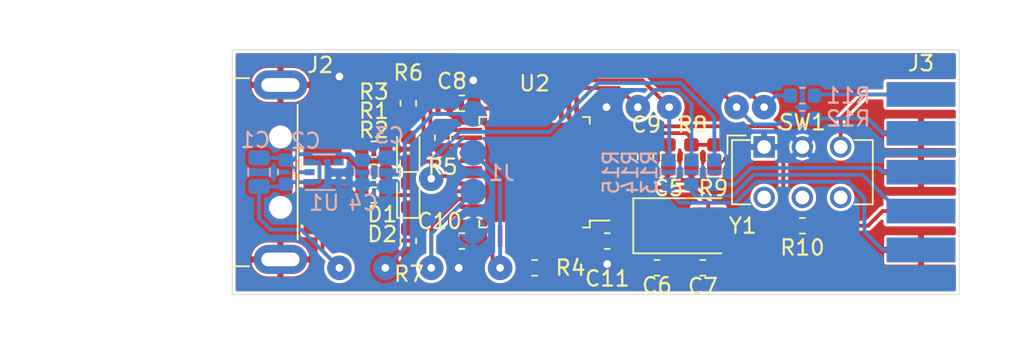
<source format=kicad_pcb>
(kicad_pcb (version 20211014) (generator pcbnew)
  (layers (0 "F.Cu" signal) (31 "B.Cu" signal) (34 "B.Paste" user) (35 "F.Paste" user) (36 "B.SilkS" user "B.Silkscreen") (37 "F.SilkS" user "F.Silkscreen") (38 "B.Mask" user) (39 "F.Mask" user) (44 "Edge.Cuts" user))
  (net 0 "")
  (net 1 "+5V")
  (net 2 "GND")
  (net 3 "+3V3")
  (net 4 "Net-(C5-Pad2)")
  (net 5 "Net-(C6-Pad2)")
  (net 6 "Net-(C7-Pad1)")
  (net 7 "Net-(D1-Pad2)")
  (net 8 "/LED")
  (net 9 "Net-(D2-Pad1)")
  (net 10 "/PROG_DIO")
  (net 11 "/PROG_CLK")
  (net 12 "Net-(J2-Pad3)")
  (net 13 "Net-(J2-Pad2)")
  (net 14 "/NRST")
  (net 15 "/RX")
  (net 16 "/TX")
  (net 17 "/SWO")
  (net 18 "/SWCLK")
  (net 19 "/SWDIO")
  (net 20 "/SWD_3v3")
  (net 21 "/USB_DP")
  (net 22 "/USB_DM")
  (net 23 "Net-(R4-Pad1)")
  (net 24 "Net-(R5-Pad2)")
  (net 25 "/VOLT_MEAS")
  (net 26 "Net-(U1-Pad4)")
  (net 27 "Net-(U2-Pad46)")
  (net 28 "Net-(U2-Pad45)")
  (net 29 "Net-(U2-Pad43)")
  (net 30 "Net-(U2-Pad42)")
  (net 31 "Net-(U2-Pad41)")
  (net 32 "Net-(U2-Pad40)")
  (net 33 "Net-(U2-Pad39)")
  (net 34 "Net-(U2-Pad38)")
  (net 35 "Net-(U2-Pad29)")
  (net 36 "Net-(U2-Pad28)")
  (net 37 "Net-(U2-Pad22)")
  (net 38 "Net-(U2-Pad21)")
  (net 39 "Net-(U2-Pad20)")
  (net 40 "Net-(U2-Pad19)")
  (net 41 "Net-(U2-Pad17)")
  (net 42 "Net-(U2-Pad16)")
  (net 43 "Net-(U2-Pad15)")
  (net 44 "Net-(U2-Pad14)")
  (net 45 "Net-(U2-Pad11)")
  (net 46 "Net-(U2-Pad4)")
  (net 47 "Net-(U2-Pad3)")
  (net 48 "Net-(U2-Pad2)")
  (net 49 "Net-(SW1-Pad6)")
  (net 50 "Net-(SW1-Pad5)")
  (net 51 "Net-(SW1-Pad4)")
  (net 52 "Net-(J3-Pad10)")
  (net 53 "Net-(J3-Pad8)")
  (net 54 "Net-(J3-Pad7)")
  (net 55 "Net-(J3-Pad6)")
  (net 56 "Net-(J3-Pad4)")
  (net 57 "Net-(J3-Pad2)")
  (footprint "Resistor_SMD:R_0603_1608Metric" (layer "F.Cu") (at 163.5 106.75 180)
    (fp_text reference "R10" (at 0 -1.43) (layer "F.SilkS"))
    (fp_text value "22")
    (pad "1" smd roundrect locked (at -0.7875 0 180) (size 0.875 0.95) (layers "F.Cu" "F.Paste" "F.Mask") (net 54 "Net-(J3-Pad7)"))
    (pad "2" smd roundrect locked (at 0.7875 0 180) (size 0.875 0.95) (layers "F.Cu" "F.Paste" "F.Mask") (net 16 "/TX"))
  )
  (footprint "Capacitor_SMD:C_0603_1608Metric" (layer "F.Cu") (at 154.75 102.25 -90)
    (fp_text reference "C5" (at 2.05 0 180) (layer "F.SilkS"))
    (fp_text value "100n")
    (pad "1" smd roundrect locked (at -0.7875 0 270) (size 0.875 0.95) (layers "F.Cu" "F.Paste" "F.Mask") (net 2 "GND"))
    (pad "2" smd roundrect locked (at 0.7875 0 270) (size 0.875 0.95) (layers "F.Cu" "F.Paste" "F.Mask") (net 4 "Net-(C5-Pad2)"))
  )
  (footprint "Capacitor_SMD:C_0603_1608Metric" (layer "F.Cu") (at 153.25 102.25 -90)
    (fp_text reference "C9" (at -2.1 -0.05 180) (layer "F.SilkS"))
    (fp_text value "100n")
    (pad "1" smd roundrect locked (at -0.7875 0 270) (size 0.875 0.95) (layers "F.Cu" "F.Paste" "F.Mask") (net 3 "+3V3"))
    (pad "2" smd roundrect locked (at 0.7875 0 270) (size 0.875 0.95) (layers "F.Cu" "F.Paste" "F.Mask") (net 2 "GND"))
  )
  (footprint "Capacitor_SMD:C_0603_1608Metric" (layer "F.Cu") (at 141.25 107.75)
    (fp_text reference "C10" (at -1.45 -1.3) (layer "F.SilkS"))
    (fp_text value "100n")
    (pad "1" smd roundrect locked (at -0.7875 0) (size 0.875 0.95) (layers "F.Cu" "F.Paste" "F.Mask") (net 3 "+3V3"))
    (pad "2" smd roundrect locked (at 0.7875 0) (size 0.875 0.95) (layers "F.Cu" "F.Paste" "F.Mask") (net 2 "GND"))
  )
  (footprint "Capacitor_SMD:C_0603_1608Metric" (layer "F.Cu") (at 150.75 107.75 180)
    (fp_text reference "C11" (at 0 -2.45) (layer "F.SilkS"))
    (fp_text value "100n")
    (pad "1" smd roundrect locked (at -0.7875 0 180) (size 0.875 0.95) (layers "F.Cu" "F.Paste" "F.Mask") (net 3 "+3V3"))
    (pad "2" smd roundrect locked (at 0.7875 0 180) (size 0.875 0.95) (layers "F.Cu" "F.Paste" "F.Mask") (net 2 "GND"))
  )
  (footprint "LED_SMD:LED_0603_1608Metric" (layer "F.Cu") (at 137.75 101.75 90)
    (fp_text reference "D1" (at -4.25 -1.7 180) (layer "F.SilkS"))
    (fp_text value "LED_Small")
    (pad "1" smd roundrect locked (at -0.7875 0 90) (size 0.875 0.95) (layers "F.Cu" "F.Paste" "F.Mask") (net 8 "/LED"))
    (pad "2" smd roundrect locked (at 0.7875 0 90) (size 0.875 0.95) (layers "F.Cu" "F.Paste" "F.Mask") (net 7 "Net-(D1-Pad2)"))
  )
  (footprint "LED_SMD:LED_0603_1608Metric" (layer "F.Cu") (at 137.75 104.75 90)
    (fp_text reference "D2" (at -2.55 -1.7 180) (layer "F.SilkS"))
    (fp_text value "LED_Small")
    (pad "1" smd roundrect locked (at -0.7875 0 90) (size 0.875 0.95) (layers "F.Cu" "F.Paste" "F.Mask") (net 9 "Net-(D2-Pad1)"))
    (pad "2" smd roundrect locked (at 0.7875 0 90) (size 0.875 0.95) (layers "F.Cu" "F.Paste" "F.Mask") (net 8 "/LED"))
  )
  (footprint "Connector_IDC:IDC-Header_2x05_P2.54mm_Vertical" (layer "F.Cu") (at 171.25 98.17)
    (fp_text reference "J3" (at 0 -2.032) (layer "F.SilkS"))
    (fp_text value "SWD_UART")
    (pad "1" smd rect locked (at 0 0) (size 4.5 1.6) (layers "F.Cu" "F.Paste" "F.Mask") (net 20 "/SWD_3v3"))
    (pad "2" smd rect locked (at 0 0) (size 4.5 1.6) (layers "B.Cu" "B.Paste" "B.Mask") (net 57 "Net-(J3-Pad2)"))
    (pad "3" smd rect locked (at 0 2.54) (size 4.5 1.6) (layers "F.Cu" "F.Paste" "F.Mask") (net 2 "GND"))
    (pad "4" smd rect locked (at 0 2.54) (size 4.5 1.6) (layers "B.Cu" "B.Paste" "B.Mask") (net 56 "Net-(J3-Pad4)"))
    (pad "5" smd rect locked (at 0 5.08) (size 4.5 1.6) (layers "F.Cu" "F.Paste" "F.Mask") (net 2 "GND"))
    (pad "6" smd rect locked (at 0 5.08) (size 4.5 1.6) (layers "B.Cu" "B.Paste" "B.Mask") (net 55 "Net-(J3-Pad6)"))
    (pad "7" smd rect locked (at 0 7.62) (size 4.5 1.6) (layers "F.Cu" "F.Paste" "F.Mask") (net 54 "Net-(J3-Pad7)"))
    (pad "8" smd rect locked (at 0 7.62) (size 4.5 1.6) (layers "B.Cu" "B.Paste" "B.Mask") (net 53 "Net-(J3-Pad8)"))
    (pad "9" smd rect locked (at 0 10.16) (size 4.5 1.6) (layers "F.Cu" "F.Paste" "F.Mask") (net 2 "GND"))
    (pad "10" smd rect locked (at 0 10.16) (size 4.5 1.6) (layers "B.Cu" "B.Paste" "B.Mask") (net 52 "Net-(J3-Pad10)"))
  )
  (footprint "Resistor_SMD:R_0603_1608Metric" (layer "F.Cu") (at 135.5 103.25 180)
    (fp_text reference "R1" (at 0 4) (layer "F.SilkS"))
    (fp_text value "22")
    (pad "1" smd roundrect locked (at -0.7875 0 180) (size 0.875 0.95) (layers "F.Cu" "F.Paste" "F.Mask") (net 21 "/USB_DP"))
    (pad "2" smd roundrect locked (at 0.7875 0 180) (size 0.875 0.95) (layers "F.Cu" "F.Paste" "F.Mask") (net 12 "Net-(J2-Pad3)"))
  )
  (footprint "Resistor_SMD:R_0603_1608Metric" (layer "F.Cu") (at 135.5 104.75 180)
    (fp_text reference "R2" (at 0 4.25) (layer "F.SilkS"))
    (fp_text value "22")
    (pad "1" smd roundrect locked (at -0.7875 0 180) (size 0.875 0.95) (layers "F.Cu" "F.Paste" "F.Mask") (net 22 "/USB_DM"))
    (pad "2" smd roundrect locked (at 0.7875 0 180) (size 0.875 0.95) (layers "F.Cu" "F.Paste" "F.Mask") (net 13 "Net-(J2-Pad2)"))
  )
  (footprint "Resistor_SMD:R_0603_1608Metric" (layer "F.Cu") (at 146 109.5)
    (fp_text reference "R4" (at 2.35 0) (layer "F.SilkS"))
    (fp_text value "100k")
    (pad "1" smd roundrect locked (at -0.7875 0) (size 0.875 0.95) (layers "F.Cu" "F.Paste" "F.Mask") (net 23 "Net-(R4-Pad1)"))
    (pad "2" smd roundrect locked (at 0.7875 0) (size 0.875 0.95) (layers "F.Cu" "F.Paste" "F.Mask") (net 2 "GND"))
  )
  (footprint "Resistor_SMD:R_0603_1608Metric" (layer "F.Cu") (at 137.75 98.75 -90)
    (fp_text reference "R6" (at -2 0 180) (layer "F.SilkS"))
    (fp_text value "1k")
    (pad "1" smd roundrect locked (at -0.7875 0 270) (size 0.875 0.95) (layers "F.Cu" "F.Paste" "F.Mask") (net 3 "+3V3"))
    (pad "2" smd roundrect locked (at 0.7875 0 270) (size 0.875 0.95) (layers "F.Cu" "F.Paste" "F.Mask") (net 7 "Net-(D1-Pad2)"))
  )
  (footprint "Resistor_SMD:R_0603_1608Metric" (layer "F.Cu") (at 137.75 107.75 -90)
    (fp_text reference "R7" (at 2.15 -0.05 180) (layer "F.SilkS"))
    (fp_text value "1k")
    (pad "1" smd roundrect locked (at -0.7875 0 270) (size 0.875 0.95) (layers "F.Cu" "F.Paste" "F.Mask") (net 9 "Net-(D2-Pad1)"))
    (pad "2" smd roundrect locked (at 0.7875 0 270) (size 0.875 0.95) (layers "F.Cu" "F.Paste" "F.Mask") (net 2 "GND"))
  )
  (footprint "Resistor_SMD:R_0603_1608Metric" (layer "F.Cu") (at 157.75 102.25 90)
    (fp_text reference "R8" (at 2.1 -1.43 180) (layer "F.SilkS"))
    (fp_text value "10k")
    (pad "1" smd roundrect locked (at -0.7875 0 90) (size 0.875 0.95) (layers "F.Cu" "F.Paste" "F.Mask") (net 3 "+3V3"))
    (pad "2" smd roundrect locked (at 0.7875 0 90) (size 0.875 0.95) (layers "F.Cu" "F.Paste" "F.Mask") (net 25 "/VOLT_MEAS"))
  )
  (footprint "Resistor_SMD:R_0603_1608Metric" (layer "F.Cu") (at 156.25 102.25 -90)
    (fp_text reference "R9" (at 2.05 -1.43 180) (layer "F.SilkS"))
    (fp_text value "10k")
    (pad "1" smd roundrect locked (at -0.7875 0 270) (size 0.875 0.95) (layers "F.Cu" "F.Paste" "F.Mask") (net 25 "/VOLT_MEAS"))
    (pad "2" smd roundrect locked (at 0.7875 0 270) (size 0.875 0.95) (layers "F.Cu" "F.Paste" "F.Mask") (net 2 "GND"))
  )
  (footprint "Connector_USB:USB_A_CNCTech_1001-011-01101_Horizontal" (layer "F.Cu") (at 122.5 103.25 180)
    (fp_text reference "J2" (at -9.5 7) (layer "F.SilkS"))
    (fp_text value "USB_A")
    (pad "" np_thru_hole circle locked (at -6.9 -2.3 180) (size 1.1 1.1) (drill 1.1) (layers *.Cu *.Mask))
    (pad "" np_thru_hole circle locked (at -6.9 2.3 180) (size 1.1 1.1) (drill 1.1) (layers *.Cu *.Mask))
    (pad "1" smd rect locked (at -9.65 -3.5 180) (size 2.5 1.1) (layers "F.Cu" "F.Paste" "F.Mask") (net 1 "+5V"))
    (pad "2" smd rect locked (at -9.65 -1 180) (size 2.5 1.1) (layers "F.Cu" "F.Paste" "F.Mask") (net 13 "Net-(J2-Pad2)"))
    (pad "3" smd rect locked (at -9.65 1 180) (size 2.5 1.1) (layers "F.Cu" "F.Paste" "F.Mask") (net 12 "Net-(J2-Pad3)"))
    (pad "4" smd rect locked (at -9.65 3.5 180) (size 2.5 1.1) (layers "F.Cu" "F.Paste" "F.Mask") (net 2 "GND"))
    (pad "5" thru_hole oval locked (at -6.9 -5.7 180) (size 3.5 1.9) (drill oval 2.5 0.9) (layers *.Cu *.Mask) (net 2 "GND"))
    (pad "5" thru_hole oval locked (at -6.9 5.7 180) (size 3.5 1.9) (drill oval 2.5 0.9) (layers *.Cu *.Mask) (net 2 "GND"))
  )
  (footprint "Resistor_SMD:R_0603_1608Metric" (layer "F.Cu") (at 135.5 101.75)
    (fp_text reference "R3" (at 0 -3.75) (layer "F.SilkS"))
    (fp_text value "2.2k")
    (pad "1" smd roundrect locked (at -0.7875 0) (size 0.875 0.95) (layers "F.Cu" "F.Paste" "F.Mask") (net 1 "+5V"))
    (pad "2" smd roundrect locked (at 0.7875 0) (size 0.875 0.95) (layers "F.Cu" "F.Paste" "F.Mask") (net 21 "/USB_DP"))
  )
  (footprint "Package_QFP:LQFP-48_7x7mm_P0.5mm" (layer "F.Cu") (at 146 103.25 180)
    (fp_text reference "U2" (at 0 5.8) (layer "F.SilkS"))
    (fp_text value "STM32F103CBTx")
    (pad "1" smd roundrect locked (at -4.1625 -2.75 180) (size 1.475 0.3) (layers "F.Cu" "F.Paste" "F.Mask") (net 3 "+3V3"))
    (pad "2" smd roundrect locked (at -4.1625 -2.25 180) (size 1.475 0.3) (layers "F.Cu" "F.Paste" "F.Mask") (net 48 "Net-(U2-Pad2)"))
    (pad "3" smd roundrect locked (at -4.1625 -1.75 180) (size 1.475 0.3) (layers "F.Cu" "F.Paste" "F.Mask") (net 47 "Net-(U2-Pad3)"))
    (pad "4" smd roundrect locked (at -4.1625 -1.25 180) (size 1.475 0.3) (layers "F.Cu" "F.Paste" "F.Mask") (net 46 "Net-(U2-Pad4)"))
    (pad "5" smd roundrect locked (at -4.1625 -0.75 180) (size 1.475 0.3) (layers "F.Cu" "F.Paste" "F.Mask") (net 5 "Net-(C6-Pad2)"))
    (pad "6" smd roundrect locked (at -4.1625 -0.25 180) (size 1.475 0.3) (layers "F.Cu" "F.Paste" "F.Mask") (net 6 "Net-(C7-Pad1)"))
    (pad "7" smd roundrect locked (at -4.1625 0.25 180) (size 1.475 0.3) (layers "F.Cu" "F.Paste" "F.Mask") (net 4 "Net-(C5-Pad2)"))
    (pad "8" smd roundrect locked (at -4.1625 0.75 180) (size 1.475 0.3) (layers "F.Cu" "F.Paste" "F.Mask") (net 2 "GND"))
    (pad "9" smd roundrect locked (at -4.1625 1.25 180) (size 1.475 0.3) (layers "F.Cu" "F.Paste" "F.Mask") (net 3 "+3V3"))
    (pad "10" smd roundrect locked (at -4.1625 1.75 180) (size 1.475 0.3) (layers "F.Cu" "F.Paste" "F.Mask") (net 25 "/VOLT_MEAS"))
    (pad "11" smd roundrect locked (at -4.1625 2.25 180) (size 1.475 0.3) (layers "F.Cu" "F.Paste" "F.Mask") (net 45 "Net-(U2-Pad11)"))
    (pad "12" smd roundrect locked (at -4.1625 2.75 180) (size 1.475 0.3) (layers "F.Cu" "F.Paste" "F.Mask") (net 16 "/TX"))
    (pad "13" smd roundrect locked (at -2.75 4.1625 180) (size 0.3 1.475) (layers "F.Cu" "F.Paste" "F.Mask") (net 15 "/RX"))
    (pad "14" smd roundrect locked (at -2.25 4.1625 180) (size 0.3 1.475) (layers "F.Cu" "F.Paste" "F.Mask") (net 44 "Net-(U2-Pad14)"))
    (pad "15" smd roundrect locked (at -1.75 4.1625 180) (size 0.3 1.475) (layers "F.Cu" "F.Paste" "F.Mask") (net 43 "Net-(U2-Pad15)"))
    (pad "16" smd roundrect locked (at -1.25 4.1625 180) (size 0.3 1.475) (layers "F.Cu" "F.Paste" "F.Mask") (net 42 "Net-(U2-Pad16)"))
    (pad "17" smd roundrect locked (at -0.75 4.1625 180) (size 0.3 1.475) (layers "F.Cu" "F.Paste" "F.Mask") (net 41 "Net-(U2-Pad17)"))
    (pad "18" smd roundrect locked (at -0.25 4.1625 180) (size 0.3 1.475) (layers "F.Cu" "F.Paste" "F.Mask") (net 14 "/NRST"))
    (pad "19" smd roundrect locked (at 0.25 4.1625 180) (size 0.3 1.475) (layers "F.Cu" "F.Paste" "F.Mask") (net 40 "Net-(U2-Pad19)"))
    (pad "20" smd roundrect locked (at 0.75 4.1625 180) (size 0.3 1.475) (layers "F.Cu" "F.Paste" "F.Mask") (net 39 "Net-(U2-Pad20)"))
    (pad "21" smd roundrect locked (at 1.25 4.1625 180) (size 0.3 1.475) (layers "F.Cu" "F.Paste" "F.Mask") (net 38 "Net-(U2-Pad21)"))
    (pad "22" smd roundrect locked (at 1.75 4.1625 180) (size 0.3 1.475) (layers "F.Cu" "F.Paste" "F.Mask") (net 37 "Net-(U2-Pad22)"))
    (pad "23" smd roundrect locked (at 2.25 4.1625 180) (size 0.3 1.475) (layers "F.Cu" "F.Paste" "F.Mask") (net 2 "GND"))
    (pad "24" smd roundrect locked (at 2.75 4.1625 180) (size 0.3 1.475) (layers "F.Cu" "F.Paste" "F.Mask") (net 3 "+3V3"))
    (pad "25" smd roundrect locked (at 4.1625 2.75 180) (size 1.475 0.3) (layers "F.Cu" "F.Paste" "F.Mask") (net 24 "Net-(R5-Pad2)"))
    (pad "26" smd roundrect locked (at 4.1625 2.25 180) (size 1.475 0.3) (layers "F.Cu" "F.Paste" "F.Mask") (net 18 "/SWCLK"))
    (pad "27" smd roundrect locked (at 4.1625 1.75 180) (size 1.475 0.3) (layers "F.Cu" "F.Paste" "F.Mask") (net 19 "/SWDIO"))
    (pad "28" smd roundrect locked (at 4.1625 1.25 180) (size 1.475 0.3) (layers "F.Cu" "F.Paste" "F.Mask") (net 36 "Net-(U2-Pad28)"))
    (pad "29" smd roundrect locked (at 4.1625 0.75 180) (size 1.475 0.3) (layers "F.Cu" "F.Paste" "F.Mask") (net 35 "Net-(U2-Pad29)"))
    (pad "30" smd roundrect locked (at 4.1625 0.25 180) (size 1.475 0.3) (layers "F.Cu" "F.Paste" "F.Mask") (net 8 "/LED"))
    (pad "31" smd roundrect locked (at 4.1625 -0.25 180) (size 1.475 0.3) (layers "F.Cu" "F.Paste" "F.Mask") (net 17 "/SWO"))
    (pad "32" smd roundrect locked (at 4.1625 -0.75 180) (size 1.475 0.3) (layers "F.Cu" "F.Paste" "F.Mask") (net 22 "/USB_DM"))
    (pad "33" smd roundrect locked (at 4.1625 -1.25 180) (size 1.475 0.3) (layers "F.Cu" "F.Paste" "F.Mask") (net 21 "/USB_DP"))
    (pad "34" smd roundrect locked (at 4.1625 -1.75 180) (size 1.475 0.3) (layers "F.Cu" "F.Paste" "F.Mask") (net 10 "/PROG_DIO"))
    (pad "35" smd roundrect locked (at 4.1625 -2.25 180) (size 1.475 0.3) (layers "F.Cu" "F.Paste" "F.Mask") (net 2 "GND"))
    (pad "36" smd roundrect locked (at 4.1625 -2.75 180) (size 1.475 0.3) (layers "F.Cu" "F.Paste" "F.Mask") (net 3 "+3V3"))
    (pad "37" smd roundrect locked (at 2.75 -4.1625 180) (size 0.3 1.475) (layers "F.Cu" "F.Paste" "F.Mask") (net 11 "/PROG_CLK"))
    (pad "38" smd roundrect locked (at 2.25 -4.1625 180) (size 0.3 1.475) (layers "F.Cu" "F.Paste" "F.Mask") (net 34 "Net-(U2-Pad38)"))
    (pad "39" smd roundrect locked (at 1.75 -4.1625 180) (size 0.3 1.475) (layers "F.Cu" "F.Paste" "F.Mask") (net 33 "Net-(U2-Pad39)"))
    (pad "40" smd roundrect locked (at 1.25 -4.1625 180) (size 0.3 1.475) (layers "F.Cu" "F.Paste" "F.Mask") (net 32 "Net-(U2-Pad40)"))
    (pad "41" smd roundrect locked (at 0.75 -4.1625 180) (size 0.3 1.475) (layers "F.Cu" "F.Paste" "F.Mask") (net 31 "Net-(U2-Pad41)"))
    (pad "42" smd roundrect locked (at 0.25 -4.1625 180) (size 0.3 1.475) (layers "F.Cu" "F.Paste" "F.Mask") (net 30 "Net-(U2-Pad42)"))
    (pad "43" smd roundrect locked (at -0.25 -4.1625 180) (size 0.3 1.475) (layers "F.Cu" "F.Paste" "F.Mask") (net 29 "Net-(U2-Pad43)"))
    (pad "44" smd roundrect locked (at -0.75 -4.1625 180) (size 0.3 1.475) (layers "F.Cu" "F.Paste" "F.Mask") (net 23 "Net-(R4-Pad1)"))
    (pad "45" smd roundrect locked (at -1.25 -4.1625 180) (size 0.3 1.475) (layers "F.Cu" "F.Paste" "F.Mask") (net 28 "Net-(U2-Pad45)"))
    (pad "46" smd roundrect locked (at -1.75 -4.1625 180) (size 0.3 1.475) (layers "F.Cu" "F.Paste" "F.Mask") (net 27 "Net-(U2-Pad46)"))
    (pad "47" smd roundrect locked (at -2.25 -4.1625 180) (size 0.3 1.475) (layers "F.Cu" "F.Paste" "F.Mask") (net 2 "GND"))
    (pad "48" smd roundrect locked (at -2.75 -4.1625 180) (size 0.3 1.475) (layers "F.Cu" "F.Paste" "F.Mask") (net 3 "+3V3"))
  )
  (footprint "Capacitor_SMD:C_0603_1608Metric" (layer "F.Cu") (at 141.25 98.75 180)
    (fp_text reference "C8" (at 0.65 1.45) (layer "F.SilkS"))
    (fp_text value "100n")
    (pad "1" smd roundrect locked (at -0.7875 0 180) (size 0.875 0.95) (layers "F.Cu" "F.Paste" "F.Mask") (net 3 "+3V3"))
    (pad "2" smd roundrect locked (at 0.7875 0 180) (size 0.875 0.95) (layers "F.Cu" "F.Paste" "F.Mask") (net 2 "GND"))
  )
  (footprint "Button_Switch_THT:SW_CuK_JS202011CQN_DPDT_Straight" (layer "F.Cu") (at 161 101.6)
    (fp_text reference "SW1" (at 2.5 -1.6) (layer "F.SilkS"))
    (fp_text value "SW_DPDT_x2")
    (pad "1" thru_hole rect locked (at 0 0) (size 1.4 1.4) (drill 0.9) (layers *.Cu *.Mask) (net 3 "+3V3"))
    (pad "2" thru_hole circle locked (at 2.5 0) (size 1.4 1.4) (drill 0.9) (layers *.Cu *.Mask) (net 3 "+3V3"))
    (pad "3" thru_hole circle locked (at 5 0) (size 1.4 1.4) (drill 0.9) (layers *.Cu *.Mask) (net 20 "/SWD_3v3"))
    (pad "4" thru_hole circle locked (at 0 3.3) (size 1.4 1.4) (drill 0.9) (layers *.Cu *.Mask) (net 51 "Net-(SW1-Pad4)"))
    (pad "5" thru_hole circle locked (at 2.5 3.3) (size 1.4 1.4) (drill 0.9) (layers *.Cu *.Mask) (net 50 "Net-(SW1-Pad5)"))
    (pad "6" thru_hole circle locked (at 5 3.3) (size 1.4 1.4) (drill 0.9) (layers *.Cu *.Mask) (net 49 "Net-(SW1-Pad6)"))
  )
  (footprint "Crystal:Crystal_SMD_5032-2Pin_5.0x3.2mm" (layer "F.Cu") (at 155.5 106.75)
    (fp_text reference "Y1" (at 4.1 0) (layer "F.SilkS"))
    (fp_text value "8MHz")
    (pad "1" smd rect locked (at -1.85 0) (size 2 2.4) (layers "F.Cu" "F.Paste" "F.Mask") (net 5 "Net-(C6-Pad2)"))
    (pad "2" smd rect locked (at 1.85 0) (size 2 2.4) (layers "F.Cu" "F.Paste" "F.Mask") (net 6 "Net-(C7-Pad1)"))
  )
  (footprint "Capacitor_SMD:C_0603_1608Metric" (layer "F.Cu") (at 154 109.5 180)
    (fp_text reference "C6" (at 0 -1.15) (layer "F.SilkS"))
    (fp_text value "20p")
    (pad "1" smd roundrect locked (at -0.7875 0 180) (size 0.875 0.95) (layers "F.Cu" "F.Paste" "F.Mask") (net 2 "GND"))
    (pad "2" smd roundrect locked (at 0.7875 0 180) (size 0.875 0.95) (layers "F.Cu" "F.Paste" "F.Mask") (net 5 "Net-(C6-Pad2)"))
  )
  (footprint "Capacitor_SMD:C_0603_1608Metric" (layer "F.Cu") (at 157 109.5 180)
    (fp_text reference "C7" (at 0 -1.2) (layer "F.SilkS"))
    (fp_text value "20p")
    (pad "1" smd roundrect locked (at -0.7875 0 180) (size 0.875 0.95) (layers "F.Cu" "F.Paste" "F.Mask") (net 6 "Net-(C7-Pad1)"))
    (pad "2" smd roundrect locked (at 0.7875 0 180) (size 0.875 0.95) (layers "F.Cu" "F.Paste" "F.Mask") (net 2 "GND"))
  )
  (footprint "Resistor_SMD:R_0603_1608Metric" (layer "F.Cu") (at 140 101 90)
    (fp_text reference "R5" (at -1.9 0 180) (layer "F.SilkS"))
    (fp_text value "100")
    (pad "1" smd roundrect locked (at -0.7875 0 90) (size 0.875 0.95) (layers "F.Cu" "F.Paste" "F.Mask") (net 19 "/SWDIO"))
    (pad "2" smd roundrect locked (at 0.7875 0 90) (size 0.875 0.95) (layers "F.Cu" "F.Paste" "F.Mask") (net 24 "Net-(R5-Pad2)"))
  )
  (footprint "Resistor_SMD:R_0603_1608Metric" (layer "B.Cu") (at 163.5 98.25)
    (fp_text reference "R11" (at 3 0) (layer "B.SilkS") (effects (justify mirror)))
    (fp_text value "22")
    (pad "1" smd roundrect locked (at -0.7875 0) (size 0.875 0.95) (layers "B.Cu" "B.Paste" "B.Mask") (net 19 "/SWDIO"))
    (pad "2" smd roundrect locked (at 0.7875 0) (size 0.875 0.95) (layers "B.Cu" "B.Paste" "B.Mask") (net 57 "Net-(J3-Pad2)"))
  )
  (footprint "Resistor_SMD:R_0603_1608Metric" (layer "B.Cu") (at 163.5 99.75)
    (fp_text reference "R12" (at 3 0) (layer "B.SilkS") (effects (justify mirror)))
    (fp_text value "22")
    (pad "1" smd roundrect locked (at -0.7875 0) (size 0.875 0.95) (layers "B.Cu" "B.Paste" "B.Mask") (net 18 "/SWCLK"))
    (pad "2" smd roundrect locked (at 0.7875 0) (size 0.875 0.95) (layers "B.Cu" "B.Paste" "B.Mask") (net 56 "Net-(J3-Pad4)"))
  )
  (footprint "Resistor_SMD:R_0603_1608Metric" (layer "B.Cu") (at 157.75 103.25 -90)
    (fp_text reference "R13" (at 0 4.25 90) (layer "B.SilkS") (effects (justify mirror)))
    (fp_text value "22")
    (pad "1" smd roundrect locked (at -0.7875 0 270) (size 0.875 0.95) (layers "B.Cu" "B.Paste" "B.Mask") (net 17 "/SWO"))
    (pad "2" smd roundrect locked (at 0.7875 0 270) (size 0.875 0.95) (layers "B.Cu" "B.Paste" "B.Mask") (net 55 "Net-(J3-Pad6)"))
  )
  (footprint "Resistor_SMD:R_0603_1608Metric" (layer "B.Cu") (at 156.25 103.25 -90)
    (fp_text reference "R14" (at 0 4 -90) (layer "B.SilkS") (effects (justify mirror)))
    (fp_text value "22")
    (pad "1" smd roundrect locked (at -0.7875 0 270) (size 0.875 0.95) (layers "B.Cu" "B.Paste" "B.Mask") (net 15 "/RX"))
    (pad "2" smd roundrect locked (at 0.7875 0 270) (size 0.875 0.95) (layers "B.Cu" "B.Paste" "B.Mask") (net 53 "Net-(J3-Pad8)"))
  )
  (footprint "Resistor_SMD:R_0603_1608Metric" (layer "B.Cu") (at 154.75 103.25 -90)
    (fp_text reference "R15" (at 0 3.75 -90) (layer "B.SilkS") (effects (justify mirror)))
    (fp_text value "22")
    (pad "1" smd roundrect locked (at -0.7875 0 270) (size 0.875 0.95) (layers "B.Cu" "B.Paste" "B.Mask") (net 14 "/NRST"))
    (pad "2" smd roundrect locked (at 0.7875 0 270) (size 0.875 0.95) (layers "B.Cu" "B.Paste" "B.Mask") (net 52 "Net-(J3-Pad10)"))
  )
  (footprint "Capacitor_SMD:C_0805_2012Metric" (layer "B.Cu") (at 128 103.25 -90)
    (fp_text reference "C1" (at -2.1 0.25) (layer "B.SilkS") (effects (justify mirror)))
    (fp_text value "10u")
    (pad "1" smd roundrect locked (at -0.9375 0 270) (size 0.975 1.4) (layers "B.Cu" "B.Paste" "B.Mask") (net 2 "GND"))
    (pad "2" smd roundrect locked (at 0.9375 0 270) (size 0.975 1.4) (layers "B.Cu" "B.Paste" "B.Mask") (net 1 "+5V"))
  )
  (footprint "Capacitor_SMD:C_0603_1608Metric" (layer "B.Cu") (at 129.75 103.25 -90)
    (fp_text reference "C2" (at -2.05 -1.3) (layer "B.SilkS") (effects (justify mirror)))
    (fp_text value "100n")
    (pad "1" smd roundrect locked (at -0.7875 0 270) (size 0.875 0.95) (layers "B.Cu" "B.Paste" "B.Mask") (net 2 "GND"))
    (pad "2" smd roundrect locked (at 0.7875 0 270) (size 0.875 0.95) (layers "B.Cu" "B.Paste" "B.Mask") (net 1 "+5V"))
  )
  (footprint "Capacitor_SMD:C_0805_2012Metric" (layer "B.Cu") (at 136.5 103.25 90)
    (fp_text reference "C3" (at 2.4 0) (layer "B.SilkS") (effects (justify mirror)))
    (fp_text value "10u")
    (pad "1" smd roundrect locked (at -0.9375 0 90) (size 0.975 1.4) (layers "B.Cu" "B.Paste" "B.Mask") (net 3 "+3V3"))
    (pad "2" smd roundrect locked (at 0.9375 0 90) (size 0.975 1.4) (layers "B.Cu" "B.Paste" "B.Mask") (net 2 "GND"))
  )
  (footprint "Capacitor_SMD:C_0603_1608Metric" (layer "B.Cu") (at 134.75 103.25 90)
    (fp_text reference "C4" (at -2 0.05) (layer "B.SilkS") (effects (justify mirror)))
    (fp_text value "100n")
    (pad "1" smd roundrect locked (at -0.7875 0 90) (size 0.875 0.95) (layers "B.Cu" "B.Paste" "B.Mask") (net 3 "+3V3"))
    (pad "2" smd roundrect locked (at 0.7875 0 90) (size 0.875 0.95) (layers "B.Cu" "B.Paste" "B.Mask") (net 2 "GND"))
  )
  (footprint "Package_TO_SOT_SMD:SOT-353_SC-70-5" (layer "B.Cu") (at 132.25 103.25)
    (fp_text reference "U1" (at 0 2) (layer "B.SilkS") (effects (justify mirror)))
    (fp_text value "MIC5365-3.3YC5")
    (pad "1" smd rect locked (at -0.95 0.65) (size 0.65 0.4) (layers "B.Cu" "B.Paste" "B.Mask") (net 1 "+5V"))
    (pad "2" smd rect locked (at -0.95 0) (size 0.65 0.4) (layers "B.Cu" "B.Paste" "B.Mask") (net 2 "GND"))
    (pad "3" smd rect locked (at -0.95 -0.65) (size 0.65 0.4) (layers "B.Cu" "B.Paste" "B.Mask") (net 1 "+5V"))
    (pad "4" smd rect locked (at 0.95 -0.65) (size 0.65 0.4) (layers "B.Cu" "B.Paste" "B.Mask") (net 26 "Net-(U1-Pad4)"))
    (pad "5" smd rect locked (at 0.95 0.65) (size 0.65 0.4) (layers "B.Cu" "B.Paste" "B.Mask") (net 3 "+3V3"))
  )
  (footprint "Connector_PinHeader_2.54mm:PinHeader_1x04_P2.54mm_Vertical" (layer "B.Cu") (at 142 99.44 180)
    (fp_text reference "J1" (at -1.85 -3.86 180) (layer "B.SilkS") (effects (justify mirror)))
    (fp_text value "PROG")
    (pad "1" smd circle locked (at 0 0 180) (size 1.7 1.7) (layers "B.Cu" "B.Paste" "B.Mask") (net 2 "GND"))
    (pad "2" smd oval locked (at 0 -2.54 180) (size 1.7 1.7) (layers "B.Cu" "B.Paste" "B.Mask") (net 11 "/PROG_CLK"))
    (pad "3" smd oval locked (at 0 -5.08 180) (size 1.7 1.7) (layers "B.Cu" "B.Paste" "B.Mask") (net 10 "/PROG_DIO"))
    (pad "4" smd oval locked (at 0 -7.62 180) (size 1.7 1.7) (layers "B.Cu" "B.Paste" "B.Mask") (net 3 "+3V3"))
  )
  (gr_line (start 173.75 95.25) (end 126.25 95.25) (layer "Edge.Cuts") (width 0.05))
  (gr_line (start 126.25 95.25) (end 126.25 111.25) (layer "Edge.Cuts") (width 0.05))
  (gr_line (start 173.75 111.25) (end 173.75 95.25) (layer "Edge.Cuts") (width 0.05))
  (gr_line (start 126.25 111.25) (end 173.75 111.25) (layer "Edge.Cuts") (width 0.05))
  (segment (start 134.452498 101.014998) (end 134.7125 101.275) (width 0.25) (layer "F.Cu") (net 1))
  (segment (start 134.7125 101.275) (end 134.7125 101.75) (width 0.25) (layer "F.Cu") (net 1))
  (segment (start 131.45 106.75) (end 130.5 105.8) (width 0.25) (layer "F.Cu") (net 1))
  (segment (start 132.15 106.75) (end 131.45 106.75) (width 0.25) (layer "F.Cu") (net 1))
  (segment (start 130.5 105.8) (end 130.5 101.514998) (width 0.25) (layer "F.Cu") (net 1))
  (segment (start 132.15 106.75) (end 132.15 108.4) (width 0.25) (layer "F.Cu") (net 1))
  (segment (start 132.15 108.4) (end 133.25 109.5) (width 0.25) (layer "F.Cu") (net 1))
  (segment (start 130.5 101.514998) (end 131 101.014998) (width 0.25) (layer "F.Cu") (net 1))
  (segment (start 131 101.014998) (end 134.452498 101.014998) (width 0.25) (layer "F.Cu") (net 1))
  (via (at 133.25 109.5) (size 1.6) (drill 0.5) (layers "F.Cu" "B.Cu") (net 1))
  (segment (start 131.950001 103.824999) (end 131.875 103.9) (width 0.25) (layer "B.Cu") (net 1))
  (segment (start 131.3 103.9) (end 129.8875 103.9) (width 0.25) (layer "B.Cu") (net 1))
  (segment (start 131.875 102.6) (end 131.950001 102.675001) (width 0.25) (layer "B.Cu") (net 1))
  (segment (start 131.875 103.9) (end 131.3 103.9) (width 0.25) (layer "B.Cu") (net 1))
  (segment (start 128 106.25) (end 128 104.1875) (width 0.25) (layer "B.Cu") (net 1))
  (segment (start 133.25 109.5) (end 130.75 107) (width 0.25) (layer "B.Cu") (net 1))
  (segment (start 130.75 107) (end 128.75 107) (width 0.25) (layer "B.Cu") (net 1))
  (segment (start 129.8875 103.9) (end 129.75 104.0375) (width 0.25) (layer "B.Cu") (net 1))
  (segment (start 128 104.1875) (end 129.6 104.1875) (width 0.25) (layer "B.Cu") (net 1))
  (segment (start 128.75 107) (end 128 106.25) (width 0.25) (layer "B.Cu") (net 1))
  (segment (start 131.950001 102.675001) (end 131.950001 103.824999) (width 0.25) (layer "B.Cu") (net 1))
  (segment (start 129.6 104.1875) (end 129.75 104.0375) (width 0.25) (layer "B.Cu") (net 1))
  (segment (start 131.3 102.6) (end 131.875 102.6) (width 0.25) (layer "B.Cu") (net 1))
  (segment (start 137.2125 108.5375) (end 136.25 109.5) (width 0.25) (layer "F.Cu") (net 2))
  (segment (start 137.75 108.5375) (end 137.2125 108.5375) (width 0.25) (layer "F.Cu") (net 2))
  (via (at 136.25 109.5) (size 1.6) (drill 0.5) (layers "F.Cu" "B.Cu") (net 2))
  (segment (start 129.75 102.4625) (end 130.225 102.4625) (width 0.25) (layer "B.Cu") (net 2))
  (segment (start 137.52501 101.28749) (end 137.52501 102.27501) (width 0.25) (layer "B.Cu") (net 2))
  (segment (start 137.049999 108.700001) (end 136.25 109.5) (width 0.25) (layer "B.Cu") (net 2))
  (segment (start 137.48752 102.3125) (end 136.5 102.3125) (width 0.25) (layer "B.Cu") (net 2))
  (segment (start 137.52501 102.27501) (end 137.48752 102.3125) (width 0.25) (layer "B.Cu") (net 2))
  (segment (start 130.612501 102.074999) (end 133.887499 102.074999) (width 0.25) (layer "B.Cu") (net 2))
  (segment (start 142 99.44) (end 139.3725 99.44) (width 0.25) (layer "B.Cu") (net 2))
  (segment (start 137.52501 102.27501) (end 137.52501 108.22499) (width 0.25) (layer "B.Cu") (net 2))
  (segment (start 128 102.3125) (end 129.6 102.3125) (width 0.25) (layer "B.Cu") (net 2))
  (segment (start 131.3 103.25) (end 130.5375 103.25) (width 0.25) (layer "B.Cu") (net 2))
  (segment (start 137.52501 108.22499) (end 137.049999 108.700001) (width 0.25) (layer "B.Cu") (net 2))
  (segment (start 136.5 102.3125) (end 134.9 102.3125) (width 0.25) (layer "B.Cu") (net 2))
  (segment (start 129.6 102.3125) (end 129.75 102.4625) (width 0.25) (layer "B.Cu") (net 2))
  (segment (start 133.887499 102.074999) (end 134.275 102.4625) (width 0.25) (layer "B.Cu") (net 2))
  (segment (start 130.225 102.4625) (end 130.612501 102.074999) (width 0.25) (layer "B.Cu") (net 2))
  (segment (start 134.275 102.4625) (end 134.75 102.4625) (width 0.25) (layer "B.Cu") (net 2))
  (segment (start 139.3725 99.44) (end 137.52501 101.28749) (width 0.25) (layer "B.Cu") (net 2))
  (segment (start 134.9 102.3125) (end 134.75 102.4625) (width 0.25) (layer "B.Cu") (net 2))
  (segment (start 130.5375 103.25) (end 129.75 102.4625) (width 0.25) (layer "B.Cu") (net 2))
  (segment (start 151.5375 108.4625) (end 150.75 109.25) (width 0.25) (layer "F.Cu") (net 3))
  (segment (start 150.1625 102) (end 149.359298 102) (width 0.25) (layer "F.Cu") (net 3))
  (segment (start 151.5375 107.75) (end 151.5375 108.4625) (width 0.25) (layer "F.Cu") (net 3))
  (segment (start 159.1875 101.6) (end 157.75 103.0375) (width 0.25) (layer "F.Cu") (net 3))
  (segment (start 152.2375 102) (end 150.9 102) (width 0.25) (layer "F.Cu") (net 3))
  (segment (start 143.25 99.0875) (end 142.375 99.0875) (width 0.25) (layer "F.Cu") (net 3))
  (segment (start 151.21249 106.94999) (end 151.5375 107.275) (width 0.25) (layer "F.Cu") (net 3))
  (segment (start 150.1625 106) (end 150.1625 106.9125) (width 0.25) (layer "F.Cu") (net 3))
  (segment (start 150.1625 106.9125) (end 150.19999 106.94999) (width 0.25) (layer "F.Cu") (net 3))
  (segment (start 148.75 107.4125) (end 149.21251 106.94999) (width 0.25) (layer "F.Cu") (net 3))
  (segment (start 161 101.6) (end 159.1875 101.6) (width 0.25) (layer "F.Cu") (net 3))
  (segment (start 142.375 99.0875) (end 142.0375 98.75) (width 0.25) (layer "F.Cu") (net 3))
  (segment (start 149.359298 102) (end 149.09999 101.740692) (width 0.25) (layer "F.Cu") (net 3))
  (segment (start 149.09999 101.740692) (end 149.09999 100.15001) (width 0.25) (layer "F.Cu") (net 3))
  (segment (start 142.0375 97.2875) (end 142 97.25) (width 0.25) (layer "F.Cu") (net 3))
  (segment (start 153.25 101.4625) (end 152.775 101.4625) (width 0.25) (layer "F.Cu") (net 3))
  (segment (start 149.449997 99.800003) (end 149.89999 99.800003) (width 0.25) (layer "F.Cu") (net 3))
  (segment (start 149.21251 106.94999) (end 150.19999 106.94999) (width 0.25) (layer "F.Cu") (net 3))
  (segment (start 141.8375 106) (end 140.75 106) (width 0.25) (layer "F.Cu") (net 3))
  (segment (start 150.9 102) (end 150.1625 102) (width 0.25) (layer "F.Cu") (net 3))
  (segment (start 140.4625 107.75) (end 140.4625 108.912497) (width 0.25) (layer "F.Cu") (net 3))
  (segment (start 137.75 97.9625) (end 134.2125 97.9625) (width 0.25) (layer "F.Cu") (net 3))
  (segment (start 152.775 101.4625) (end 152.2375 102) (width 0.25) (layer "F.Cu") (net 3))
  (segment (start 142.0375 98.75) (end 142.0375 97.2875) (width 0.25) (layer "F.Cu") (net 3))
  (segment (start 134.2125 97.9625) (end 133.25 97) (width 0.25) (layer "F.Cu") (net 3))
  (segment (start 149.09999 100.15001) (end 149.449997 99.800003) (width 0.25) (layer "F.Cu") (net 3))
  (segment (start 140.4625 108.912497) (end 141.050003 109.5) (width 0.25) (layer "F.Cu") (net 3))
  (segment (start 151.5375 107.275) (end 151.5375 107.75) (width 0.25) (layer "F.Cu") (net 3))
  (segment (start 140.75 106) (end 140.4625 106.2875) (width 0.25) (layer "F.Cu") (net 3))
  (segment (start 149.89999 99.800003) (end 150.699989 99.000004) (width 0.25) (layer "F.Cu") (net 3))
  (segment (start 140.4625 106.2875) (end 140.4625 107.75) (width 0.25) (layer "F.Cu") (net 3))
  (segment (start 150.19999 106.94999) (end 151.21249 106.94999) (width 0.25) (layer "F.Cu") (net 3))
  (via (at 133.25 97) (size 1.6) (drill 0.5) (layers "F.Cu" "B.Cu") (net 3))
  (via (at 141.050003 109.5) (size 1.6) (drill 0.5) (layers "F.Cu" "B.Cu") (net 3))
  (via (at 150.699989 99.000004) (size 1.6) (drill 0.5) (layers "F.Cu" "B.Cu") (net 3))
  (via (at 150.75 109.25) (size 1.6) (drill 0.5) (layers "F.Cu" "B.Cu") (net 3))
  (via (at 142 97.25) (size 1.6) (drill 0.5) (layers "F.Cu" "B.Cu") (net 3))
  (segment (start 150.1625 103) (end 151.968506 103) (width 0.25) (layer "F.Cu") (net 4))
  (segment (start 152.768516 103.80001) (end 154.42499 103.80001) (width 0.25) (layer "F.Cu") (net 4))
  (segment (start 151.968506 103) (end 152.768516 103.80001) (width 0.25) (layer "F.Cu") (net 4))
  (segment (start 154.42499 103.80001) (end 154.75 103.475) (width 0.25) (layer "F.Cu") (net 4))
  (segment (start 154.75 103.475) (end 154.75 103.0375) (width 0.25) (layer "F.Cu") (net 4))
  (segment (start 151.695686 104) (end 150.1625 104) (width 0.25) (layer "F.Cu") (net 5))
  (segment (start 153.2125 107.1875) (end 153.65 106.75) (width 0.25) (layer "F.Cu") (net 5))
  (segment (start 152.395714 104.700028) (end 151.695686 104) (width 0.25) (layer "F.Cu") (net 5))
  (segment (start 153.65 105.3) (end 153.050029 104.700029) (width 0.25) (layer "F.Cu") (net 5))
  (segment (start 153.65 106.75) (end 153.65 105.3) (width 0.25) (layer "F.Cu") (net 5))
  (segment (start 153.050029 104.700029) (end 152.395714 104.700028) (width 0.25) (layer "F.Cu") (net 5))
  (segment (start 153.2125 109.5) (end 153.2125 107.1875) (width 0.25) (layer "F.Cu") (net 5))
  (segment (start 157.7875 109.5) (end 157.7875 107.1875) (width 0.25) (layer "F.Cu") (net 6))
  (segment (start 157.7875 107.1875) (end 157.35 106.75) (width 0.25) (layer "F.Cu") (net 6))
  (segment (start 151.832096 103.5) (end 150.1625 103.5) (width 0.25) (layer "F.Cu") (net 6))
  (segment (start 152.582115 104.250019) (end 151.832096 103.5) (width 0.25) (layer "F.Cu") (net 6))
  (segment (start 157.35 105.3) (end 156.30002 104.25002) (width 0.25) (layer "F.Cu") (net 6))
  (segment (start 156.30002 104.25002) (end 152.582115 104.250019) (width 0.25) (layer "F.Cu") (net 6))
  (segment (start 157.35 106.75) (end 157.35 105.3) (width 0.25) (layer "F.Cu") (net 6))
  (segment (start 137.75 99.5375) (end 137.75 100.9625) (width 0.25) (layer "F.Cu") (net 7))
  (segment (start 141.8375 103) (end 140.69999 103) (width 0.25) (layer "F.Cu") (net 8))
  (segment (start 137.75 102.5375) (end 137.75 103.9625) (width 0.25) (layer "F.Cu") (net 8))
  (segment (start 140.25 102.55001) (end 137.75 102.55001) (width 0.25) (layer "F.Cu") (net 8))
  (segment (start 140.69999 103) (end 140.25 102.55001) (width 0.25) (layer "F.Cu") (net 8))
  (segment (start 137.75 105.5375) (end 137.75 106.9625) (width 0.25) (layer "F.Cu") (net 9))
  (segment (start 141.034298 105) (end 139.25 106.784298) (width 0.25) (layer "F.Cu") (net 10))
  (segment (start 141.8375 105) (end 141.034298 105) (width 0.25) (layer "F.Cu") (net 10))
  (segment (start 139.25 106.784298) (end 139.25 109.5) (width 0.25) (layer "F.Cu") (net 10))
  (via (at 139.25 109.5) (size 1.6) (drill 0.5) (layers "F.Cu" "B.Cu") (net 10))
  (segment (start 139.25 109.5) (end 139.25 107.27) (width 0.25) (layer "B.Cu") (net 10))
  (segment (start 139.25 107.27) (end 142 104.52) (width 0.25) (layer "B.Cu") (net 10))
  (segment (start 143.25 107.4125) (end 143.25 109) (width 0.25) (layer "F.Cu") (net 11))
  (segment (start 143.25 109) (end 143.75 109.5) (width 0.25) (layer "F.Cu") (net 11))
  (via (at 143.75 109.5) (size 1.6) (drill 0.5) (layers "F.Cu" "B.Cu") (net 11))
  (segment (start 143.75 109.5) (end 143.75 103.73) (width 0.25) (layer "B.Cu") (net 11))
  (segment (start 143.75 103.73) (end 142 101.98) (width 0.25) (layer "B.Cu") (net 11))
  (segment (start 133.7125 102.25) (end 134.7125 103.25) (width 0.25) (layer "F.Cu") (net 12))
  (segment (start 132.15 102.25) (end 133.7125 102.25) (width 0.25) (layer "F.Cu") (net 12))
  (segment (start 134.275 104.75) (end 133.775 104.25) (width 0.25) (layer "F.Cu") (net 13))
  (segment (start 134.7125 104.75) (end 134.275 104.75) (width 0.25) (layer "F.Cu") (net 13))
  (segment (start 133.775 104.25) (end 132.15 104.25) (width 0.25) (layer "F.Cu") (net 13))
  (segment (start 146.25 97.75) (end 146.25 99.0875) (width 0.25) (layer "F.Cu") (net 14))
  (segment (start 154.800003 99) (end 153.050003 97.25) (width 0.25) (layer "F.Cu") (net 14))
  (segment (start 146.75 97.25) (end 146.25 97.75) (width 0.25) (layer "F.Cu") (net 14))
  (segment (start 153.050003 97.25) (end 146.75 97.25) (width 0.25) (layer "F.Cu") (net 14))
  (via (at 154.800003 99) (size 1.6) (drill 0.5) (layers "F.Cu" "B.Cu") (net 14))
  (segment (start 154.800003 99) (end 154.800003 102.412497) (width 0.25) (layer "B.Cu") (net 14))
  (segment (start 154.800003 102.412497) (end 154.75 102.4625) (width 0.25) (layer "B.Cu") (net 14))
  (segment (start 149 97.75) (end 148.75 98) (width 0.25) (layer "F.Cu") (net 15))
  (segment (start 151.50001 97.75) (end 149 97.75) (width 0.25) (layer "F.Cu") (net 15))
  (segment (start 148.75 98) (end 148.75 99.0875) (width 0.25) (layer "F.Cu") (net 15))
  (segment (start 152.75001 99) (end 151.50001 97.75) (width 0.25) (layer "F.Cu") (net 15))
  (via (at 152.75001 99) (size 1.6) (drill 0.5) (layers "F.Cu" "B.Cu") (net 15))
  (segment (start 152.75001 99) (end 153.875011 97.874999) (width 0.25) (layer "B.Cu") (net 15))
  (segment (start 155.340004 97.874999) (end 156.25 98.784995) (width 0.25) (layer "B.Cu") (net 15))
  (segment (start 156.25 98.784995) (end 156.25 102.025) (width 0.25) (layer "B.Cu") (net 15))
  (segment (start 153.875011 97.874999) (end 155.340004 97.874999) (width 0.25) (layer "B.Cu") (net 15))
  (segment (start 156.25 102.025) (end 156.25 102.4625) (width 0.25) (layer "B.Cu") (net 15))
  (segment (start 150.1625 100.5) (end 152.332096 100.5) (width 0.25) (layer "F.Cu") (net 16))
  (segment (start 152.582116 100.24998) (end 161.634982 100.24998) (width 0.25) (layer "F.Cu") (net 16))
  (segment (start 162.25 100.864998) (end 162.25 105.5) (width 0.25) (layer "F.Cu") (net 16))
  (segment (start 152.332096 100.5) (end 152.582116 100.24998) (width 0.25) (layer "F.Cu") (net 16))
  (segment (start 161.634982 100.24998) (end 162.25 100.864998) (width 0.25) (layer "F.Cu") (net 16))
  (segment (start 162.25 105.5) (end 162.7125 105.9625) (width 0.25) (layer "F.Cu") (net 16))
  (segment (start 162.7125 105.9625) (end 162.7125 106.75) (width 0.25) (layer "F.Cu") (net 16))
  (segment (start 141.8375 103.5) (end 139.42501 103.5) (width 0.25) (layer "F.Cu") (net 17))
  (segment (start 139.42501 103.5) (end 139.25 103.67501) (width 0.25) (layer "F.Cu") (net 17))
  (via (at 139.25 103.67501) (size 1.6) (drill 0.5) (layers "F.Cu" "B.Cu") (net 17))
  (segment (start 139.25 102.490998) (end 141.125997 100.615001) (width 0.25) (layer "B.Cu") (net 17))
  (segment (start 150.160009 97.424989) (end 155.526405 97.42499) (width 0.25) (layer "B.Cu") (net 17))
  (segment (start 139.25 103.67501) (end 139.25 102.490998) (width 0.25) (layer "B.Cu") (net 17))
  (segment (start 157.75 102.025) (end 157.75 102.4625) (width 0.25) (layer "B.Cu") (net 17))
  (segment (start 157.75 99.648585) (end 157.75 102.025) (width 0.25) (layer "B.Cu") (net 17))
  (segment (start 155.526405 97.42499) (end 157.75 99.648585) (width 0.25) (layer "B.Cu") (net 17))
  (segment (start 146.969997 100.615001) (end 150.160009 97.424989) (width 0.25) (layer "B.Cu") (net 17))
  (segment (start 141.125997 100.615001) (end 146.969997 100.615001) (width 0.25) (layer "B.Cu") (net 17))
  (segment (start 141.459999 96.124999) (end 156.324996 96.124999) (width 0.25) (layer "F.Cu") (net 18))
  (segment (start 139.19999 100.656484) (end 139.19999 98.385008) (width 0.25) (layer "F.Cu") (net 18))
  (segment (start 141.8375 101) (end 139.543506 101) (width 0.25) (layer "F.Cu") (net 18))
  (segment (start 139.19999 98.385008) (end 141.459999 96.124999) (width 0.25) (layer "F.Cu") (net 18))
  (segment (start 139.543506 101) (end 139.19999 100.656484) (width 0.25) (layer "F.Cu") (net 18))
  (segment (start 156.324996 96.124999) (end 159.199997 99) (width 0.25) (layer "F.Cu") (net 18))
  (via (at 159.199997 99) (size 1.6) (drill 0.5) (layers "F.Cu" "B.Cu") (net 18))
  (segment (start 162.275 99.75) (end 161.899999 100.125001) (width 0.25) (layer "B.Cu") (net 18))
  (segment (start 160.324998 100.125001) (end 159.999996 99.799999) (width 0.25) (layer "B.Cu") (net 18))
  (segment (start 159.999996 99.799999) (end 159.199997 99) (width 0.25) (layer "B.Cu") (net 18))
  (segment (start 161.899999 100.125001) (end 160.324998 100.125001) (width 0.25) (layer "B.Cu") (net 18))
  (segment (start 162.7125 99.75) (end 162.275 99.75) (width 0.25) (layer "B.Cu") (net 18))
  (segment (start 139.525 101.7875) (end 138.74998 101.01248) (width 0.25) (layer "F.Cu") (net 19))
  (segment (start 140 101.7875) (end 139.525 101.7875) (width 0.25) (layer "F.Cu") (net 19))
  (segment (start 154.674989 95.674989) (end 157.674989 95.674989) (width 0.25) (layer "F.Cu") (net 19))
  (segment (start 141.8375 101.5) (end 140.2875 101.5) (width 0.25) (layer "F.Cu") (net 19))
  (segment (start 138.74998 98.198608) (end 141.273599 95.674989) (width 0.25) (layer "F.Cu") (net 19))
  (segment (start 140.2875 101.5) (end 140 101.7875) (width 0.25) (layer "F.Cu") (net 19))
  (segment (start 138.74998 101.01248) (end 138.74998 98.198608) (width 0.25) (layer "F.Cu") (net 19))
  (segment (start 141.273599 95.674989) (end 154.674989 95.674989) (width 0.25) (layer "F.Cu") (net 19))
  (segment (start 157.674989 95.674989) (end 161 99) (width 0.25) (layer "F.Cu") (net 19))
  (via (at 161 99) (size 1.6) (drill 0.5) (layers "F.Cu" "B.Cu") (net 19))
  (segment (start 162.7125 98.25) (end 161.75 98.25) (width 0.25) (layer "B.Cu") (net 19))
  (segment (start 161.75 98.25) (end 161 99) (width 0.25) (layer "B.Cu") (net 19))
  (segment (start 171.25 98.17) (end 167.58 98.17) (width 0.25) (layer "F.Cu") (net 20))
  (segment (start 167.58 98.17) (end 166 99.75) (width 0.25) (layer "F.Cu") (net 20))
  (segment (start 166 99.75) (end 166 101.6) (width 0.25) (layer "F.Cu") (net 20))
  (segment (start 138.231484 107.72501) (end 137.268516 107.72501) (width 0.25) (layer "F.Cu") (net 21))
  (segment (start 135.5 103.6) (end 135.85 103.25) (width 0.25) (layer "F.Cu") (net 21))
  (segment (start 135.5 105.956494) (end 135.5 103.6) (width 0.25) (layer "F.Cu") (net 21))
  (segment (start 135.85 103.25) (end 136.2875 103.25) (width 0.25) (layer "F.Cu") (net 21))
  (segment (start 137.268516 107.72501) (end 135.5 105.956494) (width 0.25) (layer "F.Cu") (net 21))
  (segment (start 140.75 104.5) (end 138.55001 106.69999) (width 0.25) (layer "F.Cu") (net 21))
  (segment (start 138.55001 107.406484) (end 138.231484 107.72501) (width 0.25) (layer "F.Cu") (net 21))
  (segment (start 141.8375 104.5) (end 140.75 104.5) (width 0.25) (layer "F.Cu") (net 21))
  (segment (start 138.55001 106.69999) (end 138.55001 107.406484) (width 0.25) (layer "F.Cu") (net 21))
  (segment (start 136.2875 103.25) (end 136.2875 101.75) (width 0.25) (layer "F.Cu") (net 21))
  (segment (start 140.590012 104) (end 139.790001 104.800011) (width 0.25) (layer "F.Cu") (net 22))
  (segment (start 141.8375 104) (end 140.590012 104) (width 0.25) (layer "F.Cu") (net 22))
  (segment (start 138.256505 104.800011) (end 138.206494 104.75) (width 0.25) (layer "F.Cu") (net 22))
  (segment (start 136.725 104.75) (end 136.2875 104.75) (width 0.25) (layer "F.Cu") (net 22))
  (segment (start 138.206494 104.75) (end 136.725 104.75) (width 0.25) (layer "F.Cu") (net 22))
  (segment (start 139.790001 104.800011) (end 138.256505 104.800011) (width 0.25) (layer "F.Cu") (net 22))
  (segment (start 146.75 107.4125) (end 146.75 108.215702) (width 0.25) (layer "F.Cu") (net 23))
  (segment (start 146.75 108.215702) (end 145.465702 109.5) (width 0.25) (layer "F.Cu") (net 23))
  (segment (start 145.465702 109.5) (end 145.2125 109.5) (width 0.25) (layer "F.Cu") (net 23))
  (segment (start 140.2875 100.5) (end 140 100.2125) (width 0.25) (layer "F.Cu") (net 24))
  (segment (start 141.8375 100.5) (end 140.2875 100.5) (width 0.25) (layer "F.Cu") (net 24))
  (segment (start 156.25 101.4625) (end 157.75 101.4625) (width 0.25) (layer "F.Cu") (net 25))
  (segment (start 151.968506 101.5) (end 152.768516 100.69999) (width 0.25) (layer "F.Cu") (net 25))
  (segment (start 150.1625 101.5) (end 151.968506 101.5) (width 0.25) (layer "F.Cu") (net 25))
  (segment (start 155.92499 100.69999) (end 156.25 101.025) (width 0.25) (layer "F.Cu") (net 25))
  (segment (start 156.25 101.025) (end 156.25 101.4625) (width 0.25) (layer "F.Cu") (net 25))
  (segment (start 152.768516 100.69999) (end 155.92499 100.69999) (width 0.25) (layer "F.Cu") (net 25))
  (segment (start 154.75 104.475) (end 155.52502 105.25002) (width 0.25) (layer "B.Cu") (net 52))
  (segment (start 168.75 108.33) (end 171.25 108.33) (width 0.25) (layer "B.Cu") (net 52))
  (segment (start 154.75 104.0375) (end 154.75 104.475) (width 0.25) (layer "B.Cu") (net 52))
  (segment (start 160.507999 103.874999) (end 166.492001 103.874999) (width 0.25) (layer "B.Cu") (net 52))
  (segment (start 167.54999 104.932988) (end 167.54999 107.12999) (width 0.25) (layer "B.Cu") (net 52))
  (segment (start 155.52502 105.25002) (end 159.132978 105.25002) (width 0.25) (layer "B.Cu") (net 52))
  (segment (start 166.492001 103.874999) (end 167.54999 104.932988) (width 0.25) (layer "B.Cu") (net 52))
  (segment (start 167.54999 107.12999) (end 168.75 108.33) (width 0.25) (layer "B.Cu") (net 52))
  (segment (start 159.132978 105.25002) (end 160.507999 103.874999) (width 0.25) (layer "B.Cu") (net 52))
  (segment (start 156.25 104.0375) (end 156.25 104.475) (width 0.25) (layer "B.Cu") (net 53))
  (segment (start 169.8 105.79) (end 171.25 105.79) (width 0.25) (layer "B.Cu") (net 53))
  (segment (start 156.57501 104.80001) (end 158.946578 104.80001) (width 0.25) (layer "B.Cu") (net 53))
  (segment (start 160.321599 103.424989) (end 167.43499 103.42499) (width 0.25) (layer "B.Cu") (net 53))
  (segment (start 158.946578 104.80001) (end 160.321599 103.424989) (width 0.25) (layer "B.Cu") (net 53))
  (segment (start 156.25 104.475) (end 156.57501 104.80001) (width 0.25) (layer "B.Cu") (net 53))
  (segment (start 167.43499 103.42499) (end 169.8 105.79) (width 0.25) (layer "B.Cu") (net 53))
  (segment (start 171.25 105.79) (end 168.75 105.79) (width 0.25) (layer "F.Cu") (net 54))
  (segment (start 168.75 105.79) (end 167.79 106.75) (width 0.25) (layer "F.Cu") (net 54))
  (segment (start 167.79 106.75) (end 164.725 106.75) (width 0.25) (layer "F.Cu") (net 54))
  (segment (start 164.725 106.75) (end 164.2875 106.75) (width 0.25) (layer "F.Cu") (net 54))
  (segment (start 159.072678 104.0375) (end 160.1352 102.97498) (width 0.25) (layer "B.Cu") (net 55))
  (segment (start 157.75 104.0375) (end 159.072678 104.0375) (width 0.25) (layer "B.Cu") (net 55))
  (segment (start 168.75 103.25) (end 171.25 103.25) (width 0.25) (layer "B.Cu") (net 55))
  (segment (start 168.47498 102.97498) (end 168.75 103.25) (width 0.25) (layer "B.Cu") (net 55))
  (segment (start 160.1352 102.97498) (end 168.47498 102.97498) (width 0.25) (layer "B.Cu") (net 55))
  (segment (start 167.79 99.75) (end 164.725 99.75) (width 0.25) (layer "B.Cu") (net 56))
  (segment (start 168.75 100.71) (end 167.79 99.75) (width 0.25) (layer "B.Cu") (net 56))
  (segment (start 171.25 100.71) (end 168.75 100.71) (width 0.25) (layer "B.Cu") (net 56))
  (segment (start 164.725 99.75) (end 164.2875 99.75) (width 0.25) (layer "B.Cu") (net 56))
  (segment (start 164.3675 98.17) (end 164.2875 98.25) (width 0.25) (layer "B.Cu") (net 57))
  (segment (start 171.25 98.17) (end 164.3675 98.17) (width 0.25) (layer "B.Cu") (net 57))
  (zone (net 2) (net_name "GND") (layer "F.Cu") (connect_pads (clearance 0.2)) (min_thickness 0.2) (fill yes (thermal_gap 0.16) (thermal_bridge_width 0.4))
    (polygon (pts (xy 176 113) (xy 125 113) (xy 125 93) (xy 176 93)))
  )
  (zone (net 3) (net_name "+3V3") (layer "B.Cu") (connect_pads (clearance 0.2)) (min_thickness 0.2) (fill yes (thermal_gap 0.16) (thermal_bridge_width 0.4))
    (polygon (pts (xy 178 115) (xy 124 115) (xy 124 92) (xy 178 92)))
  )
)
</source>
